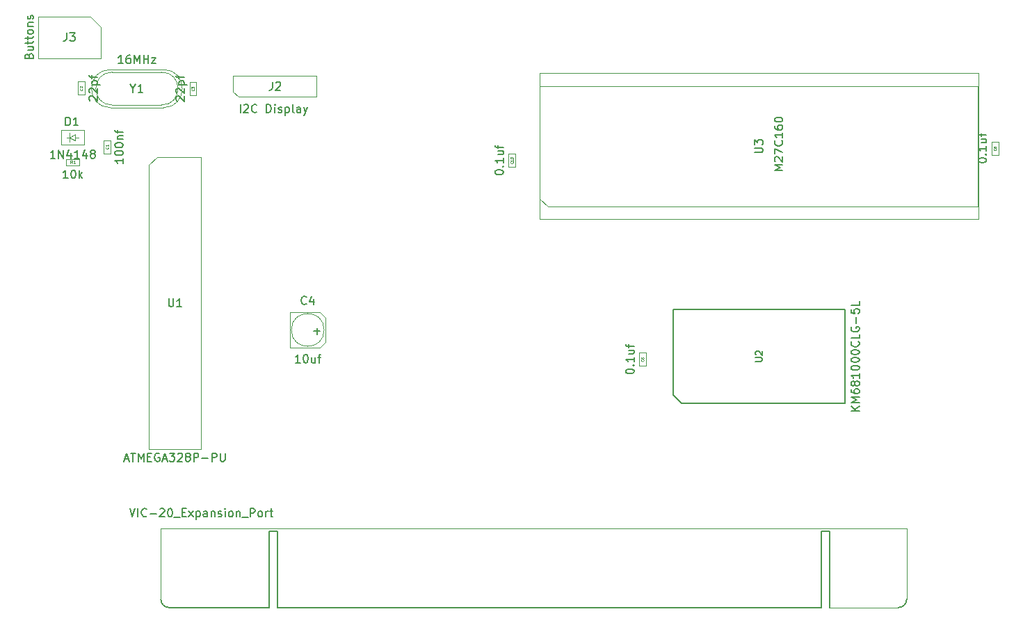
<source format=gbr>
G04 #@! TF.FileFunction,Other,Fab,Top*
%FSLAX46Y46*%
G04 Gerber Fmt 4.6, Leading zero omitted, Abs format (unit mm)*
G04 Created by KiCad (PCBNEW 4.0.7) date 07/29/18 09:02:33*
%MOMM*%
%LPD*%
G01*
G04 APERTURE LIST*
%ADD10C,0.100000*%
%ADD11C,0.150000*%
%ADD12C,0.075000*%
G04 APERTURE END LIST*
D10*
X107810300Y-59730400D02*
X107810300Y-46000400D01*
X107810300Y-46000400D02*
X161150300Y-46000400D01*
X161150300Y-46000400D02*
X161150300Y-60730400D01*
X161150300Y-60730400D02*
X108810300Y-60730400D01*
X108810300Y-60730400D02*
X107810300Y-59730400D01*
X107750300Y-62255400D02*
X161210300Y-62255400D01*
X161210300Y-62255400D02*
X161210300Y-44475400D01*
X161210300Y-44475400D02*
X107750300Y-44475400D01*
X107750300Y-44475400D02*
X107750300Y-62255400D01*
X54718000Y-54228900D02*
X54718000Y-52628900D01*
X54718000Y-52628900D02*
X55518000Y-52628900D01*
X55518000Y-52628900D02*
X55518000Y-54228900D01*
X55518000Y-54228900D02*
X54718000Y-54228900D01*
X51568400Y-47091500D02*
X51568400Y-45491500D01*
X51568400Y-45491500D02*
X52368400Y-45491500D01*
X52368400Y-45491500D02*
X52368400Y-47091500D01*
X52368400Y-47091500D02*
X51568400Y-47091500D01*
X65970100Y-45529600D02*
X65970100Y-47129600D01*
X65970100Y-47129600D02*
X65170100Y-47129600D01*
X65170100Y-47129600D02*
X65170100Y-45529600D01*
X65170100Y-45529600D02*
X65970100Y-45529600D01*
X81545180Y-75717400D02*
G75*
G03X81545180Y-75717400I-2000000J0D01*
G01*
X77415180Y-73587400D02*
X77415180Y-77847400D01*
X81005180Y-73587400D02*
X77415180Y-73587400D01*
X81675180Y-74257400D02*
X81005180Y-73587400D01*
X81675180Y-77177400D02*
X81675180Y-74257400D01*
X81005180Y-77847400D02*
X81675180Y-77177400D01*
X77415180Y-77847400D02*
X81005180Y-77847400D01*
X163620400Y-52806700D02*
X163620400Y-54406700D01*
X163620400Y-54406700D02*
X162820400Y-54406700D01*
X162820400Y-54406700D02*
X162820400Y-52806700D01*
X162820400Y-52806700D02*
X163620400Y-52806700D01*
X120709640Y-78493720D02*
X120709640Y-80093720D01*
X120709640Y-80093720D02*
X119909640Y-80093720D01*
X119909640Y-80093720D02*
X119909640Y-78493720D01*
X119909640Y-78493720D02*
X120709640Y-78493720D01*
X104804160Y-54267200D02*
X104804160Y-55867200D01*
X104804160Y-55867200D02*
X104004160Y-55867200D01*
X104004160Y-55867200D02*
X104004160Y-54267200D01*
X104004160Y-54267200D02*
X104804160Y-54267200D01*
X51189700Y-52273200D02*
X51689700Y-52273200D01*
X51189700Y-52673200D02*
X50589700Y-52273200D01*
X51189700Y-51873200D02*
X51189700Y-52673200D01*
X50589700Y-52273200D02*
X51189700Y-51873200D01*
X50589700Y-52273200D02*
X50589700Y-52823200D01*
X50589700Y-52273200D02*
X50589700Y-51723200D01*
X50189700Y-52273200D02*
X50589700Y-52273200D01*
X49539700Y-53173200D02*
X49539700Y-51373200D01*
X52339700Y-53173200D02*
X49539700Y-53173200D01*
X52339700Y-51373200D02*
X52339700Y-53173200D01*
X49539700Y-51373200D02*
X52339700Y-51373200D01*
X70485000Y-46697900D02*
X70485000Y-44792900D01*
X70485000Y-44792900D02*
X80645000Y-44792900D01*
X80645000Y-44792900D02*
X80645000Y-47332900D01*
X80645000Y-47332900D02*
X71120000Y-47332900D01*
X71120000Y-47332900D02*
X70485000Y-46697900D01*
X50139700Y-55695800D02*
X50139700Y-54895800D01*
X51739700Y-55695800D02*
X50139700Y-55695800D01*
X51739700Y-54895800D02*
X51739700Y-55695800D01*
X50139700Y-54895800D02*
X51739700Y-54895800D01*
X61948600Y-48654600D02*
X55548600Y-48654600D01*
X61948600Y-44004600D02*
X55548600Y-44004600D01*
X61748600Y-48329600D02*
X55748600Y-48329600D01*
X61748600Y-44329600D02*
X55748600Y-44329600D01*
X61948600Y-44004600D02*
G75*
G02X61948600Y-48654600I0J-2325000D01*
G01*
X55548600Y-44004600D02*
G75*
G03X55548600Y-48654600I0J-2325000D01*
G01*
X61748600Y-44329600D02*
G75*
G02X61748600Y-48329600I0J-2000000D01*
G01*
X55748600Y-44329600D02*
G75*
G03X55748600Y-48329600I0J-2000000D01*
G01*
X61205620Y-54648100D02*
X66555620Y-54648100D01*
X66555620Y-54648100D02*
X66555620Y-90208100D01*
X66555620Y-90208100D02*
X60205620Y-90208100D01*
X60205620Y-90208100D02*
X60205620Y-55648100D01*
X60205620Y-55648100D02*
X61205620Y-54648100D01*
D11*
X75861100Y-109523600D02*
X75861100Y-100203600D01*
X75861100Y-100203600D02*
X74861100Y-100203600D01*
X74861100Y-100203600D02*
X74861100Y-109523600D01*
X74861100Y-109523600D02*
X62661100Y-109523600D01*
X142061100Y-109523600D02*
X75861100Y-109523600D01*
X143061100Y-109523600D02*
X143061100Y-100203600D01*
X143061100Y-100203600D02*
X142061100Y-100203600D01*
X142061100Y-100203600D02*
X142061100Y-109523600D01*
X61661100Y-108523600D02*
G75*
G03X62661100Y-109523600I1000000J0D01*
G01*
X151461100Y-109523600D02*
G75*
G03X152461100Y-108523600I0J1000000D01*
G01*
D10*
X151461100Y-109523600D02*
X143061100Y-109523600D01*
X61661100Y-108523600D02*
X61661100Y-99923600D01*
X61661100Y-99923600D02*
X152461100Y-99923600D01*
X152461100Y-99923600D02*
X152461100Y-108523600D01*
D11*
X124075700Y-83658200D02*
X124075700Y-73228200D01*
X124075700Y-73228200D02*
X144935700Y-73228200D01*
X144935700Y-73228200D02*
X144935700Y-84658200D01*
X144935700Y-84658200D02*
X125075700Y-84658200D01*
X125075700Y-84658200D02*
X124075700Y-83658200D01*
D10*
X54350000Y-38810000D02*
X54350000Y-42620000D01*
X54350000Y-42620000D02*
X46730000Y-42620000D01*
X46730000Y-42620000D02*
X46730000Y-37540000D01*
X46730000Y-37540000D02*
X53080000Y-37540000D01*
X53080000Y-37540000D02*
X54350000Y-38810000D01*
D11*
X137358381Y-56287586D02*
X136358381Y-56287586D01*
X137072667Y-55954252D01*
X136358381Y-55620919D01*
X137358381Y-55620919D01*
X136453619Y-55192348D02*
X136406000Y-55144729D01*
X136358381Y-55049491D01*
X136358381Y-54811395D01*
X136406000Y-54716157D01*
X136453619Y-54668538D01*
X136548857Y-54620919D01*
X136644095Y-54620919D01*
X136786952Y-54668538D01*
X137358381Y-55239967D01*
X137358381Y-54620919D01*
X136358381Y-54287586D02*
X136358381Y-53620919D01*
X137358381Y-54049491D01*
X137263143Y-52668538D02*
X137310762Y-52716157D01*
X137358381Y-52859014D01*
X137358381Y-52954252D01*
X137310762Y-53097110D01*
X137215524Y-53192348D01*
X137120286Y-53239967D01*
X136929810Y-53287586D01*
X136786952Y-53287586D01*
X136596476Y-53239967D01*
X136501238Y-53192348D01*
X136406000Y-53097110D01*
X136358381Y-52954252D01*
X136358381Y-52859014D01*
X136406000Y-52716157D01*
X136453619Y-52668538D01*
X137358381Y-51716157D02*
X137358381Y-52287586D01*
X137358381Y-52001872D02*
X136358381Y-52001872D01*
X136501238Y-52097110D01*
X136596476Y-52192348D01*
X136644095Y-52287586D01*
X136358381Y-50859014D02*
X136358381Y-51049491D01*
X136406000Y-51144729D01*
X136453619Y-51192348D01*
X136596476Y-51287586D01*
X136786952Y-51335205D01*
X137167905Y-51335205D01*
X137263143Y-51287586D01*
X137310762Y-51239967D01*
X137358381Y-51144729D01*
X137358381Y-50954252D01*
X137310762Y-50859014D01*
X137263143Y-50811395D01*
X137167905Y-50763776D01*
X136929810Y-50763776D01*
X136834571Y-50811395D01*
X136786952Y-50859014D01*
X136739333Y-50954252D01*
X136739333Y-51144729D01*
X136786952Y-51239967D01*
X136834571Y-51287586D01*
X136929810Y-51335205D01*
X136358381Y-50144729D02*
X136358381Y-50049490D01*
X136406000Y-49954252D01*
X136453619Y-49906633D01*
X136548857Y-49859014D01*
X136739333Y-49811395D01*
X136977429Y-49811395D01*
X137167905Y-49859014D01*
X137263143Y-49906633D01*
X137310762Y-49954252D01*
X137358381Y-50049490D01*
X137358381Y-50144729D01*
X137310762Y-50239967D01*
X137263143Y-50287586D01*
X137167905Y-50335205D01*
X136977429Y-50382824D01*
X136739333Y-50382824D01*
X136548857Y-50335205D01*
X136453619Y-50287586D01*
X136406000Y-50239967D01*
X136358381Y-50144729D01*
X133932681Y-54127305D02*
X134742205Y-54127305D01*
X134837443Y-54079686D01*
X134885062Y-54032067D01*
X134932681Y-53936829D01*
X134932681Y-53746352D01*
X134885062Y-53651114D01*
X134837443Y-53603495D01*
X134742205Y-53555876D01*
X133932681Y-53555876D01*
X133932681Y-53174924D02*
X133932681Y-52555876D01*
X134313633Y-52889210D01*
X134313633Y-52746352D01*
X134361252Y-52651114D01*
X134408871Y-52603495D01*
X134504110Y-52555876D01*
X134742205Y-52555876D01*
X134837443Y-52603495D01*
X134885062Y-52651114D01*
X134932681Y-52746352D01*
X134932681Y-53032067D01*
X134885062Y-53127305D01*
X134837443Y-53174924D01*
X57070381Y-54833662D02*
X57070381Y-55405091D01*
X57070381Y-55119377D02*
X56070381Y-55119377D01*
X56213238Y-55214615D01*
X56308476Y-55309853D01*
X56356095Y-55405091D01*
X56070381Y-54214615D02*
X56070381Y-54119376D01*
X56118000Y-54024138D01*
X56165619Y-53976519D01*
X56260857Y-53928900D01*
X56451333Y-53881281D01*
X56689429Y-53881281D01*
X56879905Y-53928900D01*
X56975143Y-53976519D01*
X57022762Y-54024138D01*
X57070381Y-54119376D01*
X57070381Y-54214615D01*
X57022762Y-54309853D01*
X56975143Y-54357472D01*
X56879905Y-54405091D01*
X56689429Y-54452710D01*
X56451333Y-54452710D01*
X56260857Y-54405091D01*
X56165619Y-54357472D01*
X56118000Y-54309853D01*
X56070381Y-54214615D01*
X56070381Y-53262234D02*
X56070381Y-53166995D01*
X56118000Y-53071757D01*
X56165619Y-53024138D01*
X56260857Y-52976519D01*
X56451333Y-52928900D01*
X56689429Y-52928900D01*
X56879905Y-52976519D01*
X56975143Y-53024138D01*
X57022762Y-53071757D01*
X57070381Y-53166995D01*
X57070381Y-53262234D01*
X57022762Y-53357472D01*
X56975143Y-53405091D01*
X56879905Y-53452710D01*
X56689429Y-53500329D01*
X56451333Y-53500329D01*
X56260857Y-53452710D01*
X56165619Y-53405091D01*
X56118000Y-53357472D01*
X56070381Y-53262234D01*
X56403714Y-52500329D02*
X57070381Y-52500329D01*
X56498952Y-52500329D02*
X56451333Y-52452710D01*
X56403714Y-52357472D01*
X56403714Y-52214614D01*
X56451333Y-52119376D01*
X56546571Y-52071757D01*
X57070381Y-52071757D01*
X56403714Y-51738424D02*
X56403714Y-51357472D01*
X57070381Y-51595567D02*
X56213238Y-51595567D01*
X56118000Y-51547948D01*
X56070381Y-51452710D01*
X56070381Y-51357472D01*
D12*
X55225143Y-53478900D02*
X55239429Y-53493186D01*
X55253714Y-53536043D01*
X55253714Y-53564614D01*
X55239429Y-53607471D01*
X55210857Y-53636043D01*
X55182286Y-53650328D01*
X55125143Y-53664614D01*
X55082286Y-53664614D01*
X55025143Y-53650328D01*
X54996571Y-53636043D01*
X54968000Y-53607471D01*
X54953714Y-53564614D01*
X54953714Y-53536043D01*
X54968000Y-53493186D01*
X54982286Y-53478900D01*
X55253714Y-53193186D02*
X55253714Y-53364614D01*
X55253714Y-53278900D02*
X54953714Y-53278900D01*
X54996571Y-53307471D01*
X55025143Y-53336043D01*
X55039429Y-53364614D01*
D11*
X53016019Y-47791500D02*
X52968400Y-47743881D01*
X52920781Y-47648643D01*
X52920781Y-47410547D01*
X52968400Y-47315309D01*
X53016019Y-47267690D01*
X53111257Y-47220071D01*
X53206495Y-47220071D01*
X53349352Y-47267690D01*
X53920781Y-47839119D01*
X53920781Y-47220071D01*
X53016019Y-46839119D02*
X52968400Y-46791500D01*
X52920781Y-46696262D01*
X52920781Y-46458166D01*
X52968400Y-46362928D01*
X53016019Y-46315309D01*
X53111257Y-46267690D01*
X53206495Y-46267690D01*
X53349352Y-46315309D01*
X53920781Y-46886738D01*
X53920781Y-46267690D01*
X53254114Y-45839119D02*
X54254114Y-45839119D01*
X53301733Y-45839119D02*
X53254114Y-45743881D01*
X53254114Y-45553404D01*
X53301733Y-45458166D01*
X53349352Y-45410547D01*
X53444590Y-45362928D01*
X53730305Y-45362928D01*
X53825543Y-45410547D01*
X53873162Y-45458166D01*
X53920781Y-45553404D01*
X53920781Y-45743881D01*
X53873162Y-45839119D01*
X53254114Y-45077214D02*
X53254114Y-44696262D01*
X53920781Y-44934357D02*
X53063638Y-44934357D01*
X52968400Y-44886738D01*
X52920781Y-44791500D01*
X52920781Y-44696262D01*
D12*
X52075543Y-46341500D02*
X52089829Y-46355786D01*
X52104114Y-46398643D01*
X52104114Y-46427214D01*
X52089829Y-46470071D01*
X52061257Y-46498643D01*
X52032686Y-46512928D01*
X51975543Y-46527214D01*
X51932686Y-46527214D01*
X51875543Y-46512928D01*
X51846971Y-46498643D01*
X51818400Y-46470071D01*
X51804114Y-46427214D01*
X51804114Y-46398643D01*
X51818400Y-46355786D01*
X51832686Y-46341500D01*
X51832686Y-46227214D02*
X51818400Y-46212928D01*
X51804114Y-46184357D01*
X51804114Y-46112928D01*
X51818400Y-46084357D01*
X51832686Y-46070071D01*
X51861257Y-46055786D01*
X51889829Y-46055786D01*
X51932686Y-46070071D01*
X52104114Y-46241500D01*
X52104114Y-46055786D01*
D11*
X63617719Y-47829600D02*
X63570100Y-47781981D01*
X63522481Y-47686743D01*
X63522481Y-47448647D01*
X63570100Y-47353409D01*
X63617719Y-47305790D01*
X63712957Y-47258171D01*
X63808195Y-47258171D01*
X63951052Y-47305790D01*
X64522481Y-47877219D01*
X64522481Y-47258171D01*
X63617719Y-46877219D02*
X63570100Y-46829600D01*
X63522481Y-46734362D01*
X63522481Y-46496266D01*
X63570100Y-46401028D01*
X63617719Y-46353409D01*
X63712957Y-46305790D01*
X63808195Y-46305790D01*
X63951052Y-46353409D01*
X64522481Y-46924838D01*
X64522481Y-46305790D01*
X63855814Y-45877219D02*
X64855814Y-45877219D01*
X63903433Y-45877219D02*
X63855814Y-45781981D01*
X63855814Y-45591504D01*
X63903433Y-45496266D01*
X63951052Y-45448647D01*
X64046290Y-45401028D01*
X64332005Y-45401028D01*
X64427243Y-45448647D01*
X64474862Y-45496266D01*
X64522481Y-45591504D01*
X64522481Y-45781981D01*
X64474862Y-45877219D01*
X63855814Y-45115314D02*
X63855814Y-44734362D01*
X64522481Y-44972457D02*
X63665338Y-44972457D01*
X63570100Y-44924838D01*
X63522481Y-44829600D01*
X63522481Y-44734362D01*
D12*
X65677243Y-46379600D02*
X65691529Y-46393886D01*
X65705814Y-46436743D01*
X65705814Y-46465314D01*
X65691529Y-46508171D01*
X65662957Y-46536743D01*
X65634386Y-46551028D01*
X65577243Y-46565314D01*
X65534386Y-46565314D01*
X65477243Y-46551028D01*
X65448671Y-46536743D01*
X65420100Y-46508171D01*
X65405814Y-46465314D01*
X65405814Y-46436743D01*
X65420100Y-46393886D01*
X65434386Y-46379600D01*
X65405814Y-46279600D02*
X65405814Y-46093886D01*
X65520100Y-46193886D01*
X65520100Y-46151028D01*
X65534386Y-46122457D01*
X65548671Y-46108171D01*
X65577243Y-46093886D01*
X65648671Y-46093886D01*
X65677243Y-46108171D01*
X65691529Y-46122457D01*
X65705814Y-46151028D01*
X65705814Y-46236743D01*
X65691529Y-46265314D01*
X65677243Y-46279600D01*
D11*
X78616609Y-79709781D02*
X78045180Y-79709781D01*
X78330894Y-79709781D02*
X78330894Y-78709781D01*
X78235656Y-78852638D01*
X78140418Y-78947876D01*
X78045180Y-78995495D01*
X79235656Y-78709781D02*
X79330895Y-78709781D01*
X79426133Y-78757400D01*
X79473752Y-78805019D01*
X79521371Y-78900257D01*
X79568990Y-79090733D01*
X79568990Y-79328829D01*
X79521371Y-79519305D01*
X79473752Y-79614543D01*
X79426133Y-79662162D01*
X79330895Y-79709781D01*
X79235656Y-79709781D01*
X79140418Y-79662162D01*
X79092799Y-79614543D01*
X79045180Y-79519305D01*
X78997561Y-79328829D01*
X78997561Y-79090733D01*
X79045180Y-78900257D01*
X79092799Y-78805019D01*
X79140418Y-78757400D01*
X79235656Y-78709781D01*
X80426133Y-79043114D02*
X80426133Y-79709781D01*
X79997561Y-79043114D02*
X79997561Y-79566924D01*
X80045180Y-79662162D01*
X80140418Y-79709781D01*
X80283276Y-79709781D01*
X80378514Y-79662162D01*
X80426133Y-79614543D01*
X80759466Y-79043114D02*
X81140418Y-79043114D01*
X80902323Y-79709781D02*
X80902323Y-78852638D01*
X80949942Y-78757400D01*
X81045180Y-78709781D01*
X81140418Y-78709781D01*
X80284228Y-75848829D02*
X81046133Y-75848829D01*
X80665181Y-76229781D02*
X80665181Y-75467876D01*
X79378514Y-72534543D02*
X79330895Y-72582162D01*
X79188038Y-72629781D01*
X79092800Y-72629781D01*
X78949942Y-72582162D01*
X78854704Y-72486924D01*
X78807085Y-72391686D01*
X78759466Y-72201210D01*
X78759466Y-72058352D01*
X78807085Y-71867876D01*
X78854704Y-71772638D01*
X78949942Y-71677400D01*
X79092800Y-71629781D01*
X79188038Y-71629781D01*
X79330895Y-71677400D01*
X79378514Y-71725019D01*
X80235657Y-71963114D02*
X80235657Y-72629781D01*
X79997561Y-71582162D02*
X79759466Y-72296448D01*
X80378514Y-72296448D01*
X161172781Y-55106700D02*
X161172781Y-55011461D01*
X161220400Y-54916223D01*
X161268019Y-54868604D01*
X161363257Y-54820985D01*
X161553733Y-54773366D01*
X161791829Y-54773366D01*
X161982305Y-54820985D01*
X162077543Y-54868604D01*
X162125162Y-54916223D01*
X162172781Y-55011461D01*
X162172781Y-55106700D01*
X162125162Y-55201938D01*
X162077543Y-55249557D01*
X161982305Y-55297176D01*
X161791829Y-55344795D01*
X161553733Y-55344795D01*
X161363257Y-55297176D01*
X161268019Y-55249557D01*
X161220400Y-55201938D01*
X161172781Y-55106700D01*
X162077543Y-54344795D02*
X162125162Y-54297176D01*
X162172781Y-54344795D01*
X162125162Y-54392414D01*
X162077543Y-54344795D01*
X162172781Y-54344795D01*
X162172781Y-53344795D02*
X162172781Y-53916224D01*
X162172781Y-53630510D02*
X161172781Y-53630510D01*
X161315638Y-53725748D01*
X161410876Y-53820986D01*
X161458495Y-53916224D01*
X161506114Y-52487652D02*
X162172781Y-52487652D01*
X161506114Y-52916224D02*
X162029924Y-52916224D01*
X162125162Y-52868605D01*
X162172781Y-52773367D01*
X162172781Y-52630509D01*
X162125162Y-52535271D01*
X162077543Y-52487652D01*
X161506114Y-52154319D02*
X161506114Y-51773367D01*
X162172781Y-52011462D02*
X161315638Y-52011462D01*
X161220400Y-51963843D01*
X161172781Y-51868605D01*
X161172781Y-51773367D01*
D12*
X163327543Y-53656700D02*
X163341829Y-53670986D01*
X163356114Y-53713843D01*
X163356114Y-53742414D01*
X163341829Y-53785271D01*
X163313257Y-53813843D01*
X163284686Y-53828128D01*
X163227543Y-53842414D01*
X163184686Y-53842414D01*
X163127543Y-53828128D01*
X163098971Y-53813843D01*
X163070400Y-53785271D01*
X163056114Y-53742414D01*
X163056114Y-53713843D01*
X163070400Y-53670986D01*
X163084686Y-53656700D01*
X163056114Y-53385271D02*
X163056114Y-53528128D01*
X163198971Y-53542414D01*
X163184686Y-53528128D01*
X163170400Y-53499557D01*
X163170400Y-53428128D01*
X163184686Y-53399557D01*
X163198971Y-53385271D01*
X163227543Y-53370986D01*
X163298971Y-53370986D01*
X163327543Y-53385271D01*
X163341829Y-53399557D01*
X163356114Y-53428128D01*
X163356114Y-53499557D01*
X163341829Y-53528128D01*
X163327543Y-53542414D01*
D11*
X118262021Y-80793720D02*
X118262021Y-80698481D01*
X118309640Y-80603243D01*
X118357259Y-80555624D01*
X118452497Y-80508005D01*
X118642973Y-80460386D01*
X118881069Y-80460386D01*
X119071545Y-80508005D01*
X119166783Y-80555624D01*
X119214402Y-80603243D01*
X119262021Y-80698481D01*
X119262021Y-80793720D01*
X119214402Y-80888958D01*
X119166783Y-80936577D01*
X119071545Y-80984196D01*
X118881069Y-81031815D01*
X118642973Y-81031815D01*
X118452497Y-80984196D01*
X118357259Y-80936577D01*
X118309640Y-80888958D01*
X118262021Y-80793720D01*
X119166783Y-80031815D02*
X119214402Y-79984196D01*
X119262021Y-80031815D01*
X119214402Y-80079434D01*
X119166783Y-80031815D01*
X119262021Y-80031815D01*
X119262021Y-79031815D02*
X119262021Y-79603244D01*
X119262021Y-79317530D02*
X118262021Y-79317530D01*
X118404878Y-79412768D01*
X118500116Y-79508006D01*
X118547735Y-79603244D01*
X118595354Y-78174672D02*
X119262021Y-78174672D01*
X118595354Y-78603244D02*
X119119164Y-78603244D01*
X119214402Y-78555625D01*
X119262021Y-78460387D01*
X119262021Y-78317529D01*
X119214402Y-78222291D01*
X119166783Y-78174672D01*
X118595354Y-77841339D02*
X118595354Y-77460387D01*
X119262021Y-77698482D02*
X118404878Y-77698482D01*
X118309640Y-77650863D01*
X118262021Y-77555625D01*
X118262021Y-77460387D01*
D12*
X120416783Y-79343720D02*
X120431069Y-79358006D01*
X120445354Y-79400863D01*
X120445354Y-79429434D01*
X120431069Y-79472291D01*
X120402497Y-79500863D01*
X120373926Y-79515148D01*
X120316783Y-79529434D01*
X120273926Y-79529434D01*
X120216783Y-79515148D01*
X120188211Y-79500863D01*
X120159640Y-79472291D01*
X120145354Y-79429434D01*
X120145354Y-79400863D01*
X120159640Y-79358006D01*
X120173926Y-79343720D01*
X120145354Y-79086577D02*
X120145354Y-79143720D01*
X120159640Y-79172291D01*
X120173926Y-79186577D01*
X120216783Y-79215148D01*
X120273926Y-79229434D01*
X120388211Y-79229434D01*
X120416783Y-79215148D01*
X120431069Y-79200863D01*
X120445354Y-79172291D01*
X120445354Y-79115148D01*
X120431069Y-79086577D01*
X120416783Y-79072291D01*
X120388211Y-79058006D01*
X120316783Y-79058006D01*
X120288211Y-79072291D01*
X120273926Y-79086577D01*
X120259640Y-79115148D01*
X120259640Y-79172291D01*
X120273926Y-79200863D01*
X120288211Y-79215148D01*
X120316783Y-79229434D01*
D11*
X102356541Y-56567200D02*
X102356541Y-56471961D01*
X102404160Y-56376723D01*
X102451779Y-56329104D01*
X102547017Y-56281485D01*
X102737493Y-56233866D01*
X102975589Y-56233866D01*
X103166065Y-56281485D01*
X103261303Y-56329104D01*
X103308922Y-56376723D01*
X103356541Y-56471961D01*
X103356541Y-56567200D01*
X103308922Y-56662438D01*
X103261303Y-56710057D01*
X103166065Y-56757676D01*
X102975589Y-56805295D01*
X102737493Y-56805295D01*
X102547017Y-56757676D01*
X102451779Y-56710057D01*
X102404160Y-56662438D01*
X102356541Y-56567200D01*
X103261303Y-55805295D02*
X103308922Y-55757676D01*
X103356541Y-55805295D01*
X103308922Y-55852914D01*
X103261303Y-55805295D01*
X103356541Y-55805295D01*
X103356541Y-54805295D02*
X103356541Y-55376724D01*
X103356541Y-55091010D02*
X102356541Y-55091010D01*
X102499398Y-55186248D01*
X102594636Y-55281486D01*
X102642255Y-55376724D01*
X102689874Y-53948152D02*
X103356541Y-53948152D01*
X102689874Y-54376724D02*
X103213684Y-54376724D01*
X103308922Y-54329105D01*
X103356541Y-54233867D01*
X103356541Y-54091009D01*
X103308922Y-53995771D01*
X103261303Y-53948152D01*
X102689874Y-53614819D02*
X102689874Y-53233867D01*
X103356541Y-53471962D02*
X102499398Y-53471962D01*
X102404160Y-53424343D01*
X102356541Y-53329105D01*
X102356541Y-53233867D01*
D12*
X104511303Y-55260057D02*
X104525589Y-55274343D01*
X104539874Y-55317200D01*
X104539874Y-55345771D01*
X104525589Y-55388628D01*
X104497017Y-55417200D01*
X104468446Y-55431485D01*
X104411303Y-55445771D01*
X104368446Y-55445771D01*
X104311303Y-55431485D01*
X104282731Y-55417200D01*
X104254160Y-55388628D01*
X104239874Y-55345771D01*
X104239874Y-55317200D01*
X104254160Y-55274343D01*
X104268446Y-55260057D01*
X104539874Y-54974343D02*
X104539874Y-55145771D01*
X104539874Y-55060057D02*
X104239874Y-55060057D01*
X104282731Y-55088628D01*
X104311303Y-55117200D01*
X104325589Y-55145771D01*
X104239874Y-54788629D02*
X104239874Y-54760057D01*
X104254160Y-54731486D01*
X104268446Y-54717200D01*
X104297017Y-54702914D01*
X104354160Y-54688629D01*
X104425589Y-54688629D01*
X104482731Y-54702914D01*
X104511303Y-54717200D01*
X104525589Y-54731486D01*
X104539874Y-54760057D01*
X104539874Y-54788629D01*
X104525589Y-54817200D01*
X104511303Y-54831486D01*
X104482731Y-54845771D01*
X104425589Y-54860057D01*
X104354160Y-54860057D01*
X104297017Y-54845771D01*
X104268446Y-54831486D01*
X104254160Y-54817200D01*
X104239874Y-54788629D01*
D11*
X48796843Y-54825581D02*
X48225414Y-54825581D01*
X48511128Y-54825581D02*
X48511128Y-53825581D01*
X48415890Y-53968438D01*
X48320652Y-54063676D01*
X48225414Y-54111295D01*
X49225414Y-54825581D02*
X49225414Y-53825581D01*
X49796843Y-54825581D01*
X49796843Y-53825581D01*
X50701605Y-54158914D02*
X50701605Y-54825581D01*
X50463509Y-53777962D02*
X50225414Y-54492248D01*
X50844462Y-54492248D01*
X51749224Y-54825581D02*
X51177795Y-54825581D01*
X51463509Y-54825581D02*
X51463509Y-53825581D01*
X51368271Y-53968438D01*
X51273033Y-54063676D01*
X51177795Y-54111295D01*
X52606367Y-54158914D02*
X52606367Y-54825581D01*
X52368271Y-53777962D02*
X52130176Y-54492248D01*
X52749224Y-54492248D01*
X53273033Y-54254152D02*
X53177795Y-54206533D01*
X53130176Y-54158914D01*
X53082557Y-54063676D01*
X53082557Y-54016057D01*
X53130176Y-53920819D01*
X53177795Y-53873200D01*
X53273033Y-53825581D01*
X53463510Y-53825581D01*
X53558748Y-53873200D01*
X53606367Y-53920819D01*
X53653986Y-54016057D01*
X53653986Y-54063676D01*
X53606367Y-54158914D01*
X53558748Y-54206533D01*
X53463510Y-54254152D01*
X53273033Y-54254152D01*
X53177795Y-54301771D01*
X53130176Y-54349390D01*
X53082557Y-54444629D01*
X53082557Y-54635105D01*
X53130176Y-54730343D01*
X53177795Y-54777962D01*
X53273033Y-54825581D01*
X53463510Y-54825581D01*
X53558748Y-54777962D01*
X53606367Y-54730343D01*
X53653986Y-54635105D01*
X53653986Y-54444629D01*
X53606367Y-54349390D01*
X53558748Y-54301771D01*
X53463510Y-54254152D01*
X50074605Y-50820581D02*
X50074605Y-49820581D01*
X50312700Y-49820581D01*
X50455558Y-49868200D01*
X50550796Y-49963438D01*
X50598415Y-50058676D01*
X50646034Y-50249152D01*
X50646034Y-50392010D01*
X50598415Y-50582486D01*
X50550796Y-50677724D01*
X50455558Y-50772962D01*
X50312700Y-50820581D01*
X50074605Y-50820581D01*
X51598415Y-50820581D02*
X51026986Y-50820581D01*
X51312700Y-50820581D02*
X51312700Y-49820581D01*
X51217462Y-49963438D01*
X51122224Y-50058676D01*
X51026986Y-50106295D01*
X71339581Y-49258481D02*
X71339581Y-48258481D01*
X71768152Y-48353719D02*
X71815771Y-48306100D01*
X71911009Y-48258481D01*
X72149105Y-48258481D01*
X72244343Y-48306100D01*
X72291962Y-48353719D01*
X72339581Y-48448957D01*
X72339581Y-48544195D01*
X72291962Y-48687052D01*
X71720533Y-49258481D01*
X72339581Y-49258481D01*
X73339581Y-49163243D02*
X73291962Y-49210862D01*
X73149105Y-49258481D01*
X73053867Y-49258481D01*
X72911009Y-49210862D01*
X72815771Y-49115624D01*
X72768152Y-49020386D01*
X72720533Y-48829910D01*
X72720533Y-48687052D01*
X72768152Y-48496576D01*
X72815771Y-48401338D01*
X72911009Y-48306100D01*
X73053867Y-48258481D01*
X73149105Y-48258481D01*
X73291962Y-48306100D01*
X73339581Y-48353719D01*
X74530057Y-49258481D02*
X74530057Y-48258481D01*
X74768152Y-48258481D01*
X74911010Y-48306100D01*
X75006248Y-48401338D01*
X75053867Y-48496576D01*
X75101486Y-48687052D01*
X75101486Y-48829910D01*
X75053867Y-49020386D01*
X75006248Y-49115624D01*
X74911010Y-49210862D01*
X74768152Y-49258481D01*
X74530057Y-49258481D01*
X75530057Y-49258481D02*
X75530057Y-48591814D01*
X75530057Y-48258481D02*
X75482438Y-48306100D01*
X75530057Y-48353719D01*
X75577676Y-48306100D01*
X75530057Y-48258481D01*
X75530057Y-48353719D01*
X75958628Y-49210862D02*
X76053866Y-49258481D01*
X76244342Y-49258481D01*
X76339581Y-49210862D01*
X76387200Y-49115624D01*
X76387200Y-49068005D01*
X76339581Y-48972767D01*
X76244342Y-48925148D01*
X76101485Y-48925148D01*
X76006247Y-48877529D01*
X75958628Y-48782290D01*
X75958628Y-48734671D01*
X76006247Y-48639433D01*
X76101485Y-48591814D01*
X76244342Y-48591814D01*
X76339581Y-48639433D01*
X76815771Y-48591814D02*
X76815771Y-49591814D01*
X76815771Y-48639433D02*
X76911009Y-48591814D01*
X77101486Y-48591814D01*
X77196724Y-48639433D01*
X77244343Y-48687052D01*
X77291962Y-48782290D01*
X77291962Y-49068005D01*
X77244343Y-49163243D01*
X77196724Y-49210862D01*
X77101486Y-49258481D01*
X76911009Y-49258481D01*
X76815771Y-49210862D01*
X77863390Y-49258481D02*
X77768152Y-49210862D01*
X77720533Y-49115624D01*
X77720533Y-48258481D01*
X78672915Y-49258481D02*
X78672915Y-48734671D01*
X78625296Y-48639433D01*
X78530058Y-48591814D01*
X78339581Y-48591814D01*
X78244343Y-48639433D01*
X78672915Y-49210862D02*
X78577677Y-49258481D01*
X78339581Y-49258481D01*
X78244343Y-49210862D01*
X78196724Y-49115624D01*
X78196724Y-49020386D01*
X78244343Y-48925148D01*
X78339581Y-48877529D01*
X78577677Y-48877529D01*
X78672915Y-48829910D01*
X79053867Y-48591814D02*
X79291962Y-49258481D01*
X79530058Y-48591814D02*
X79291962Y-49258481D01*
X79196724Y-49496576D01*
X79149105Y-49544195D01*
X79053867Y-49591814D01*
X75231667Y-45515281D02*
X75231667Y-46229567D01*
X75184047Y-46372424D01*
X75088809Y-46467662D01*
X74945952Y-46515281D01*
X74850714Y-46515281D01*
X75660238Y-45610519D02*
X75707857Y-45562900D01*
X75803095Y-45515281D01*
X76041191Y-45515281D01*
X76136429Y-45562900D01*
X76184048Y-45610519D01*
X76231667Y-45705757D01*
X76231667Y-45800995D01*
X76184048Y-45943852D01*
X75612619Y-46515281D01*
X76231667Y-46515281D01*
X50344462Y-57248181D02*
X49773033Y-57248181D01*
X50058747Y-57248181D02*
X50058747Y-56248181D01*
X49963509Y-56391038D01*
X49868271Y-56486276D01*
X49773033Y-56533895D01*
X50963509Y-56248181D02*
X51058748Y-56248181D01*
X51153986Y-56295800D01*
X51201605Y-56343419D01*
X51249224Y-56438657D01*
X51296843Y-56629133D01*
X51296843Y-56867229D01*
X51249224Y-57057705D01*
X51201605Y-57152943D01*
X51153986Y-57200562D01*
X51058748Y-57248181D01*
X50963509Y-57248181D01*
X50868271Y-57200562D01*
X50820652Y-57152943D01*
X50773033Y-57057705D01*
X50725414Y-56867229D01*
X50725414Y-56629133D01*
X50773033Y-56438657D01*
X50820652Y-56343419D01*
X50868271Y-56295800D01*
X50963509Y-56248181D01*
X51725414Y-57248181D02*
X51725414Y-56248181D01*
X51820652Y-56867229D02*
X52106367Y-57248181D01*
X52106367Y-56581514D02*
X51725414Y-56962467D01*
D12*
X50873034Y-55476752D02*
X50739700Y-55286276D01*
X50644462Y-55476752D02*
X50644462Y-55076752D01*
X50796843Y-55076752D01*
X50834938Y-55095800D01*
X50853986Y-55114848D01*
X50873034Y-55152943D01*
X50873034Y-55210086D01*
X50853986Y-55248181D01*
X50834938Y-55267229D01*
X50796843Y-55286276D01*
X50644462Y-55286276D01*
X51253986Y-55476752D02*
X51025414Y-55476752D01*
X51139700Y-55476752D02*
X51139700Y-55076752D01*
X51101605Y-55133895D01*
X51063510Y-55171990D01*
X51025414Y-55191038D01*
D11*
X57058124Y-43256981D02*
X56486695Y-43256981D01*
X56772409Y-43256981D02*
X56772409Y-42256981D01*
X56677171Y-42399838D01*
X56581933Y-42495076D01*
X56486695Y-42542695D01*
X57915267Y-42256981D02*
X57724790Y-42256981D01*
X57629552Y-42304600D01*
X57581933Y-42352219D01*
X57486695Y-42495076D01*
X57439076Y-42685552D01*
X57439076Y-43066505D01*
X57486695Y-43161743D01*
X57534314Y-43209362D01*
X57629552Y-43256981D01*
X57820029Y-43256981D01*
X57915267Y-43209362D01*
X57962886Y-43161743D01*
X58010505Y-43066505D01*
X58010505Y-42828410D01*
X57962886Y-42733171D01*
X57915267Y-42685552D01*
X57820029Y-42637933D01*
X57629552Y-42637933D01*
X57534314Y-42685552D01*
X57486695Y-42733171D01*
X57439076Y-42828410D01*
X58439076Y-43256981D02*
X58439076Y-42256981D01*
X58772410Y-42971267D01*
X59105743Y-42256981D01*
X59105743Y-43256981D01*
X59581933Y-43256981D02*
X59581933Y-42256981D01*
X59581933Y-42733171D02*
X60153362Y-42733171D01*
X60153362Y-43256981D02*
X60153362Y-42256981D01*
X60534314Y-42590314D02*
X61058124Y-42590314D01*
X60534314Y-43256981D01*
X61058124Y-43256981D01*
X58272409Y-46305790D02*
X58272409Y-46781981D01*
X57939076Y-45781981D02*
X58272409Y-46305790D01*
X58605743Y-45781981D01*
X59462886Y-46781981D02*
X58891457Y-46781981D01*
X59177171Y-46781981D02*
X59177171Y-45781981D01*
X59081933Y-45924838D01*
X58986695Y-46020076D01*
X58891457Y-46067695D01*
X57237763Y-91434767D02*
X57713954Y-91434767D01*
X57142525Y-91720481D02*
X57475858Y-90720481D01*
X57809192Y-91720481D01*
X57999668Y-90720481D02*
X58571097Y-90720481D01*
X58285382Y-91720481D02*
X58285382Y-90720481D01*
X58904430Y-91720481D02*
X58904430Y-90720481D01*
X59237764Y-91434767D01*
X59571097Y-90720481D01*
X59571097Y-91720481D01*
X60047287Y-91196671D02*
X60380621Y-91196671D01*
X60523478Y-91720481D02*
X60047287Y-91720481D01*
X60047287Y-90720481D01*
X60523478Y-90720481D01*
X61475859Y-90768100D02*
X61380621Y-90720481D01*
X61237764Y-90720481D01*
X61094906Y-90768100D01*
X60999668Y-90863338D01*
X60952049Y-90958576D01*
X60904430Y-91149052D01*
X60904430Y-91291910D01*
X60952049Y-91482386D01*
X60999668Y-91577624D01*
X61094906Y-91672862D01*
X61237764Y-91720481D01*
X61333002Y-91720481D01*
X61475859Y-91672862D01*
X61523478Y-91625243D01*
X61523478Y-91291910D01*
X61333002Y-91291910D01*
X61904430Y-91434767D02*
X62380621Y-91434767D01*
X61809192Y-91720481D02*
X62142525Y-90720481D01*
X62475859Y-91720481D01*
X62713954Y-90720481D02*
X63333002Y-90720481D01*
X62999668Y-91101433D01*
X63142526Y-91101433D01*
X63237764Y-91149052D01*
X63285383Y-91196671D01*
X63333002Y-91291910D01*
X63333002Y-91530005D01*
X63285383Y-91625243D01*
X63237764Y-91672862D01*
X63142526Y-91720481D01*
X62856811Y-91720481D01*
X62761573Y-91672862D01*
X62713954Y-91625243D01*
X63713954Y-90815719D02*
X63761573Y-90768100D01*
X63856811Y-90720481D01*
X64094907Y-90720481D01*
X64190145Y-90768100D01*
X64237764Y-90815719D01*
X64285383Y-90910957D01*
X64285383Y-91006195D01*
X64237764Y-91149052D01*
X63666335Y-91720481D01*
X64285383Y-91720481D01*
X64856811Y-91149052D02*
X64761573Y-91101433D01*
X64713954Y-91053814D01*
X64666335Y-90958576D01*
X64666335Y-90910957D01*
X64713954Y-90815719D01*
X64761573Y-90768100D01*
X64856811Y-90720481D01*
X65047288Y-90720481D01*
X65142526Y-90768100D01*
X65190145Y-90815719D01*
X65237764Y-90910957D01*
X65237764Y-90958576D01*
X65190145Y-91053814D01*
X65142526Y-91101433D01*
X65047288Y-91149052D01*
X64856811Y-91149052D01*
X64761573Y-91196671D01*
X64713954Y-91244290D01*
X64666335Y-91339529D01*
X64666335Y-91530005D01*
X64713954Y-91625243D01*
X64761573Y-91672862D01*
X64856811Y-91720481D01*
X65047288Y-91720481D01*
X65142526Y-91672862D01*
X65190145Y-91625243D01*
X65237764Y-91530005D01*
X65237764Y-91339529D01*
X65190145Y-91244290D01*
X65142526Y-91196671D01*
X65047288Y-91149052D01*
X65666335Y-91720481D02*
X65666335Y-90720481D01*
X66047288Y-90720481D01*
X66142526Y-90768100D01*
X66190145Y-90815719D01*
X66237764Y-90910957D01*
X66237764Y-91053814D01*
X66190145Y-91149052D01*
X66142526Y-91196671D01*
X66047288Y-91244290D01*
X65666335Y-91244290D01*
X66666335Y-91339529D02*
X67428240Y-91339529D01*
X67904430Y-91720481D02*
X67904430Y-90720481D01*
X68285383Y-90720481D01*
X68380621Y-90768100D01*
X68428240Y-90815719D01*
X68475859Y-90910957D01*
X68475859Y-91053814D01*
X68428240Y-91149052D01*
X68380621Y-91196671D01*
X68285383Y-91244290D01*
X67904430Y-91244290D01*
X68904430Y-90720481D02*
X68904430Y-91530005D01*
X68952049Y-91625243D01*
X68999668Y-91672862D01*
X69094906Y-91720481D01*
X69285383Y-91720481D01*
X69380621Y-91672862D01*
X69428240Y-91625243D01*
X69475859Y-91530005D01*
X69475859Y-90720481D01*
X62618715Y-71880481D02*
X62618715Y-72690005D01*
X62666334Y-72785243D01*
X62713953Y-72832862D01*
X62809191Y-72880481D01*
X62999668Y-72880481D01*
X63094906Y-72832862D01*
X63142525Y-72785243D01*
X63190144Y-72690005D01*
X63190144Y-71880481D01*
X64190144Y-72880481D02*
X63618715Y-72880481D01*
X63904429Y-72880481D02*
X63904429Y-71880481D01*
X63809191Y-72023338D01*
X63713953Y-72118576D01*
X63618715Y-72166195D01*
X57876814Y-97465981D02*
X58210147Y-98465981D01*
X58543481Y-97465981D01*
X58876814Y-98465981D02*
X58876814Y-97465981D01*
X59924433Y-98370743D02*
X59876814Y-98418362D01*
X59733957Y-98465981D01*
X59638719Y-98465981D01*
X59495861Y-98418362D01*
X59400623Y-98323124D01*
X59353004Y-98227886D01*
X59305385Y-98037410D01*
X59305385Y-97894552D01*
X59353004Y-97704076D01*
X59400623Y-97608838D01*
X59495861Y-97513600D01*
X59638719Y-97465981D01*
X59733957Y-97465981D01*
X59876814Y-97513600D01*
X59924433Y-97561219D01*
X60353004Y-98085029D02*
X61114909Y-98085029D01*
X61543480Y-97561219D02*
X61591099Y-97513600D01*
X61686337Y-97465981D01*
X61924433Y-97465981D01*
X62019671Y-97513600D01*
X62067290Y-97561219D01*
X62114909Y-97656457D01*
X62114909Y-97751695D01*
X62067290Y-97894552D01*
X61495861Y-98465981D01*
X62114909Y-98465981D01*
X62733956Y-97465981D02*
X62829195Y-97465981D01*
X62924433Y-97513600D01*
X62972052Y-97561219D01*
X63019671Y-97656457D01*
X63067290Y-97846933D01*
X63067290Y-98085029D01*
X63019671Y-98275505D01*
X62972052Y-98370743D01*
X62924433Y-98418362D01*
X62829195Y-98465981D01*
X62733956Y-98465981D01*
X62638718Y-98418362D01*
X62591099Y-98370743D01*
X62543480Y-98275505D01*
X62495861Y-98085029D01*
X62495861Y-97846933D01*
X62543480Y-97656457D01*
X62591099Y-97561219D01*
X62638718Y-97513600D01*
X62733956Y-97465981D01*
X63257766Y-98561219D02*
X64019671Y-98561219D01*
X64257766Y-97942171D02*
X64591100Y-97942171D01*
X64733957Y-98465981D02*
X64257766Y-98465981D01*
X64257766Y-97465981D01*
X64733957Y-97465981D01*
X65067290Y-98465981D02*
X65591100Y-97799314D01*
X65067290Y-97799314D02*
X65591100Y-98465981D01*
X65972052Y-97799314D02*
X65972052Y-98799314D01*
X65972052Y-97846933D02*
X66067290Y-97799314D01*
X66257767Y-97799314D01*
X66353005Y-97846933D01*
X66400624Y-97894552D01*
X66448243Y-97989790D01*
X66448243Y-98275505D01*
X66400624Y-98370743D01*
X66353005Y-98418362D01*
X66257767Y-98465981D01*
X66067290Y-98465981D01*
X65972052Y-98418362D01*
X67305386Y-98465981D02*
X67305386Y-97942171D01*
X67257767Y-97846933D01*
X67162529Y-97799314D01*
X66972052Y-97799314D01*
X66876814Y-97846933D01*
X67305386Y-98418362D02*
X67210148Y-98465981D01*
X66972052Y-98465981D01*
X66876814Y-98418362D01*
X66829195Y-98323124D01*
X66829195Y-98227886D01*
X66876814Y-98132648D01*
X66972052Y-98085029D01*
X67210148Y-98085029D01*
X67305386Y-98037410D01*
X67781576Y-97799314D02*
X67781576Y-98465981D01*
X67781576Y-97894552D02*
X67829195Y-97846933D01*
X67924433Y-97799314D01*
X68067291Y-97799314D01*
X68162529Y-97846933D01*
X68210148Y-97942171D01*
X68210148Y-98465981D01*
X68638719Y-98418362D02*
X68733957Y-98465981D01*
X68924433Y-98465981D01*
X69019672Y-98418362D01*
X69067291Y-98323124D01*
X69067291Y-98275505D01*
X69019672Y-98180267D01*
X68924433Y-98132648D01*
X68781576Y-98132648D01*
X68686338Y-98085029D01*
X68638719Y-97989790D01*
X68638719Y-97942171D01*
X68686338Y-97846933D01*
X68781576Y-97799314D01*
X68924433Y-97799314D01*
X69019672Y-97846933D01*
X69495862Y-98465981D02*
X69495862Y-97799314D01*
X69495862Y-97465981D02*
X69448243Y-97513600D01*
X69495862Y-97561219D01*
X69543481Y-97513600D01*
X69495862Y-97465981D01*
X69495862Y-97561219D01*
X70114909Y-98465981D02*
X70019671Y-98418362D01*
X69972052Y-98370743D01*
X69924433Y-98275505D01*
X69924433Y-97989790D01*
X69972052Y-97894552D01*
X70019671Y-97846933D01*
X70114909Y-97799314D01*
X70257767Y-97799314D01*
X70353005Y-97846933D01*
X70400624Y-97894552D01*
X70448243Y-97989790D01*
X70448243Y-98275505D01*
X70400624Y-98370743D01*
X70353005Y-98418362D01*
X70257767Y-98465981D01*
X70114909Y-98465981D01*
X70876814Y-97799314D02*
X70876814Y-98465981D01*
X70876814Y-97894552D02*
X70924433Y-97846933D01*
X71019671Y-97799314D01*
X71162529Y-97799314D01*
X71257767Y-97846933D01*
X71305386Y-97942171D01*
X71305386Y-98465981D01*
X71543481Y-98561219D02*
X72305386Y-98561219D01*
X72543481Y-98465981D02*
X72543481Y-97465981D01*
X72924434Y-97465981D01*
X73019672Y-97513600D01*
X73067291Y-97561219D01*
X73114910Y-97656457D01*
X73114910Y-97799314D01*
X73067291Y-97894552D01*
X73019672Y-97942171D01*
X72924434Y-97989790D01*
X72543481Y-97989790D01*
X73686338Y-98465981D02*
X73591100Y-98418362D01*
X73543481Y-98370743D01*
X73495862Y-98275505D01*
X73495862Y-97989790D01*
X73543481Y-97894552D01*
X73591100Y-97846933D01*
X73686338Y-97799314D01*
X73829196Y-97799314D01*
X73924434Y-97846933D01*
X73972053Y-97894552D01*
X74019672Y-97989790D01*
X74019672Y-98275505D01*
X73972053Y-98370743D01*
X73924434Y-98418362D01*
X73829196Y-98465981D01*
X73686338Y-98465981D01*
X74448243Y-98465981D02*
X74448243Y-97799314D01*
X74448243Y-97989790D02*
X74495862Y-97894552D01*
X74543481Y-97846933D01*
X74638719Y-97799314D01*
X74733958Y-97799314D01*
X74924434Y-97799314D02*
X75305386Y-97799314D01*
X75067291Y-97465981D02*
X75067291Y-98323124D01*
X75114910Y-98418362D01*
X75210148Y-98465981D01*
X75305386Y-98465981D01*
X146692881Y-85563838D02*
X145692881Y-85563838D01*
X146692881Y-84992409D02*
X146121452Y-85420981D01*
X145692881Y-84992409D02*
X146264310Y-85563838D01*
X146692881Y-84563838D02*
X145692881Y-84563838D01*
X146407167Y-84230504D01*
X145692881Y-83897171D01*
X146692881Y-83897171D01*
X145692881Y-82992409D02*
X145692881Y-83182886D01*
X145740500Y-83278124D01*
X145788119Y-83325743D01*
X145930976Y-83420981D01*
X146121452Y-83468600D01*
X146502405Y-83468600D01*
X146597643Y-83420981D01*
X146645262Y-83373362D01*
X146692881Y-83278124D01*
X146692881Y-83087647D01*
X146645262Y-82992409D01*
X146597643Y-82944790D01*
X146502405Y-82897171D01*
X146264310Y-82897171D01*
X146169071Y-82944790D01*
X146121452Y-82992409D01*
X146073833Y-83087647D01*
X146073833Y-83278124D01*
X146121452Y-83373362D01*
X146169071Y-83420981D01*
X146264310Y-83468600D01*
X146121452Y-82325743D02*
X146073833Y-82420981D01*
X146026214Y-82468600D01*
X145930976Y-82516219D01*
X145883357Y-82516219D01*
X145788119Y-82468600D01*
X145740500Y-82420981D01*
X145692881Y-82325743D01*
X145692881Y-82135266D01*
X145740500Y-82040028D01*
X145788119Y-81992409D01*
X145883357Y-81944790D01*
X145930976Y-81944790D01*
X146026214Y-81992409D01*
X146073833Y-82040028D01*
X146121452Y-82135266D01*
X146121452Y-82325743D01*
X146169071Y-82420981D01*
X146216690Y-82468600D01*
X146311929Y-82516219D01*
X146502405Y-82516219D01*
X146597643Y-82468600D01*
X146645262Y-82420981D01*
X146692881Y-82325743D01*
X146692881Y-82135266D01*
X146645262Y-82040028D01*
X146597643Y-81992409D01*
X146502405Y-81944790D01*
X146311929Y-81944790D01*
X146216690Y-81992409D01*
X146169071Y-82040028D01*
X146121452Y-82135266D01*
X146692881Y-80992409D02*
X146692881Y-81563838D01*
X146692881Y-81278124D02*
X145692881Y-81278124D01*
X145835738Y-81373362D01*
X145930976Y-81468600D01*
X145978595Y-81563838D01*
X145692881Y-80373362D02*
X145692881Y-80278123D01*
X145740500Y-80182885D01*
X145788119Y-80135266D01*
X145883357Y-80087647D01*
X146073833Y-80040028D01*
X146311929Y-80040028D01*
X146502405Y-80087647D01*
X146597643Y-80135266D01*
X146645262Y-80182885D01*
X146692881Y-80278123D01*
X146692881Y-80373362D01*
X146645262Y-80468600D01*
X146597643Y-80516219D01*
X146502405Y-80563838D01*
X146311929Y-80611457D01*
X146073833Y-80611457D01*
X145883357Y-80563838D01*
X145788119Y-80516219D01*
X145740500Y-80468600D01*
X145692881Y-80373362D01*
X145692881Y-79420981D02*
X145692881Y-79325742D01*
X145740500Y-79230504D01*
X145788119Y-79182885D01*
X145883357Y-79135266D01*
X146073833Y-79087647D01*
X146311929Y-79087647D01*
X146502405Y-79135266D01*
X146597643Y-79182885D01*
X146645262Y-79230504D01*
X146692881Y-79325742D01*
X146692881Y-79420981D01*
X146645262Y-79516219D01*
X146597643Y-79563838D01*
X146502405Y-79611457D01*
X146311929Y-79659076D01*
X146073833Y-79659076D01*
X145883357Y-79611457D01*
X145788119Y-79563838D01*
X145740500Y-79516219D01*
X145692881Y-79420981D01*
X145692881Y-78468600D02*
X145692881Y-78373361D01*
X145740500Y-78278123D01*
X145788119Y-78230504D01*
X145883357Y-78182885D01*
X146073833Y-78135266D01*
X146311929Y-78135266D01*
X146502405Y-78182885D01*
X146597643Y-78230504D01*
X146645262Y-78278123D01*
X146692881Y-78373361D01*
X146692881Y-78468600D01*
X146645262Y-78563838D01*
X146597643Y-78611457D01*
X146502405Y-78659076D01*
X146311929Y-78706695D01*
X146073833Y-78706695D01*
X145883357Y-78659076D01*
X145788119Y-78611457D01*
X145740500Y-78563838D01*
X145692881Y-78468600D01*
X146597643Y-77135266D02*
X146645262Y-77182885D01*
X146692881Y-77325742D01*
X146692881Y-77420980D01*
X146645262Y-77563838D01*
X146550024Y-77659076D01*
X146454786Y-77706695D01*
X146264310Y-77754314D01*
X146121452Y-77754314D01*
X145930976Y-77706695D01*
X145835738Y-77659076D01*
X145740500Y-77563838D01*
X145692881Y-77420980D01*
X145692881Y-77325742D01*
X145740500Y-77182885D01*
X145788119Y-77135266D01*
X146692881Y-76230504D02*
X146692881Y-76706695D01*
X145692881Y-76706695D01*
X145740500Y-75373361D02*
X145692881Y-75468599D01*
X145692881Y-75611456D01*
X145740500Y-75754314D01*
X145835738Y-75849552D01*
X145930976Y-75897171D01*
X146121452Y-75944790D01*
X146264310Y-75944790D01*
X146454786Y-75897171D01*
X146550024Y-75849552D01*
X146645262Y-75754314D01*
X146692881Y-75611456D01*
X146692881Y-75516218D01*
X146645262Y-75373361D01*
X146597643Y-75325742D01*
X146264310Y-75325742D01*
X146264310Y-75516218D01*
X146311929Y-74897171D02*
X146311929Y-74135266D01*
X145692881Y-73182885D02*
X145692881Y-73659076D01*
X146169071Y-73706695D01*
X146121452Y-73659076D01*
X146073833Y-73563838D01*
X146073833Y-73325742D01*
X146121452Y-73230504D01*
X146169071Y-73182885D01*
X146264310Y-73135266D01*
X146502405Y-73135266D01*
X146597643Y-73182885D01*
X146645262Y-73230504D01*
X146692881Y-73325742D01*
X146692881Y-73563838D01*
X146645262Y-73659076D01*
X146597643Y-73706695D01*
X146692881Y-72230504D02*
X146692881Y-72706695D01*
X145692881Y-72706695D01*
X134067605Y-79552724D02*
X134715224Y-79552724D01*
X134791414Y-79514629D01*
X134829510Y-79476533D01*
X134867605Y-79400343D01*
X134867605Y-79247962D01*
X134829510Y-79171771D01*
X134791414Y-79133676D01*
X134715224Y-79095581D01*
X134067605Y-79095581D01*
X134143795Y-78752724D02*
X134105700Y-78714629D01*
X134067605Y-78638438D01*
X134067605Y-78447962D01*
X134105700Y-78371772D01*
X134143795Y-78333676D01*
X134219986Y-78295581D01*
X134296176Y-78295581D01*
X134410462Y-78333676D01*
X134867605Y-78790819D01*
X134867605Y-78295581D01*
X45598571Y-42341905D02*
X45646190Y-42199048D01*
X45693810Y-42151429D01*
X45789048Y-42103810D01*
X45931905Y-42103810D01*
X46027143Y-42151429D01*
X46074762Y-42199048D01*
X46122381Y-42294286D01*
X46122381Y-42675239D01*
X45122381Y-42675239D01*
X45122381Y-42341905D01*
X45170000Y-42246667D01*
X45217619Y-42199048D01*
X45312857Y-42151429D01*
X45408095Y-42151429D01*
X45503333Y-42199048D01*
X45550952Y-42246667D01*
X45598571Y-42341905D01*
X45598571Y-42675239D01*
X45455714Y-41246667D02*
X46122381Y-41246667D01*
X45455714Y-41675239D02*
X45979524Y-41675239D01*
X46074762Y-41627620D01*
X46122381Y-41532382D01*
X46122381Y-41389524D01*
X46074762Y-41294286D01*
X46027143Y-41246667D01*
X45455714Y-40913334D02*
X45455714Y-40532382D01*
X45122381Y-40770477D02*
X45979524Y-40770477D01*
X46074762Y-40722858D01*
X46122381Y-40627620D01*
X46122381Y-40532382D01*
X45455714Y-40341905D02*
X45455714Y-39960953D01*
X45122381Y-40199048D02*
X45979524Y-40199048D01*
X46074762Y-40151429D01*
X46122381Y-40056191D01*
X46122381Y-39960953D01*
X46122381Y-39484762D02*
X46074762Y-39580000D01*
X46027143Y-39627619D01*
X45931905Y-39675238D01*
X45646190Y-39675238D01*
X45550952Y-39627619D01*
X45503333Y-39580000D01*
X45455714Y-39484762D01*
X45455714Y-39341904D01*
X45503333Y-39246666D01*
X45550952Y-39199047D01*
X45646190Y-39151428D01*
X45931905Y-39151428D01*
X46027143Y-39199047D01*
X46074762Y-39246666D01*
X46122381Y-39341904D01*
X46122381Y-39484762D01*
X45455714Y-38722857D02*
X46122381Y-38722857D01*
X45550952Y-38722857D02*
X45503333Y-38675238D01*
X45455714Y-38580000D01*
X45455714Y-38437142D01*
X45503333Y-38341904D01*
X45598571Y-38294285D01*
X46122381Y-38294285D01*
X46074762Y-37865714D02*
X46122381Y-37770476D01*
X46122381Y-37580000D01*
X46074762Y-37484761D01*
X45979524Y-37437142D01*
X45931905Y-37437142D01*
X45836667Y-37484761D01*
X45789048Y-37580000D01*
X45789048Y-37722857D01*
X45741429Y-37818095D01*
X45646190Y-37865714D01*
X45598571Y-37865714D01*
X45503333Y-37818095D01*
X45455714Y-37722857D01*
X45455714Y-37580000D01*
X45503333Y-37484761D01*
X50206667Y-39532381D02*
X50206667Y-40246667D01*
X50159047Y-40389524D01*
X50063809Y-40484762D01*
X49920952Y-40532381D01*
X49825714Y-40532381D01*
X50587619Y-39532381D02*
X51206667Y-39532381D01*
X50873333Y-39913333D01*
X51016191Y-39913333D01*
X51111429Y-39960952D01*
X51159048Y-40008571D01*
X51206667Y-40103810D01*
X51206667Y-40341905D01*
X51159048Y-40437143D01*
X51111429Y-40484762D01*
X51016191Y-40532381D01*
X50730476Y-40532381D01*
X50635238Y-40484762D01*
X50587619Y-40437143D01*
M02*

</source>
